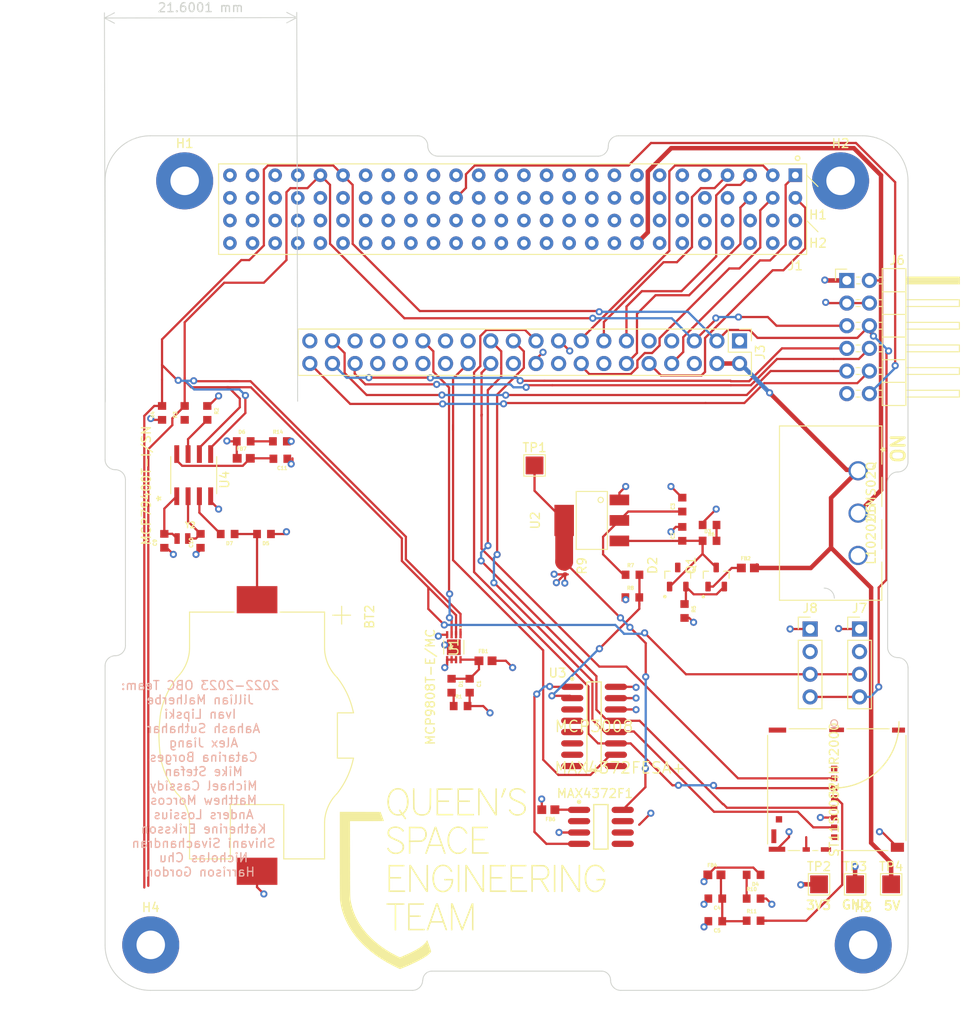
<source format=kicad_pcb>
(kicad_pcb (version 20211014) (generator pcbnew)
  (layers (0 "F.Cu" signal) (1 "In1.Cu" signal) (2 "In2.Cu" signal) (31 "B.Cu" signal) (34 "B.Paste" user) (35 "F.Paste" user) (36 "B.SilkS" user "B.Silkscreen") (37 "F.SilkS" user "F.Silkscreen") (38 "B.Mask" user) (39 "F.Mask" user) (44 "Edge.Cuts" user))
  (net 0 "")
  (net 1 "SW7_5V_Input")
  (net 2 "+5V")
  (net 3 "VCC_BAT")
  (net 4 "Net-(C4-Pad1)")
  (net 5 "XCO1")
  (net 6 "XCO2")
  (net 7 "Net-(C11-Pad2)")
  (net 8 "Net-(D4-Pad2)")
  (net 9 "Net-(D6-Pad2)")
  (net 41 "COMM_TXD")
  (net 43 "COMM_RXD")
  (net 57 "COMM_CTS")
  (net 61 "COMM_RTS")
  (net 63 "ADCS_INT")
  (net 75 "EPS_INT")
  (net 76 "BAT_INT")
  (net 87 "OBC_INT")
  (net 88 "5VUSB_CHG")
  (net 101 "Net-(C1-Pad1)")
  (net 102 "Net-(C3-Pad1)")
  (net 103 "GND")
  (net 106 "Net-(MAX4372F1-Pad4)")
  (net 107 "+3.3V")
  (net 109 "Net-(D1-Pad2)")
  (net 110 "Net-(D2-Pad2)")
  (net 111 "Net-(D3-Pad2)")
  (net 113 "SPI1_CE0_N")
  (net 114 "SPI1_MOSI")
  (net 118 "SPI1_CLK")
  (net 119 "SPI1_MISO")
  (net 120 "I2C_SDA1")
  (net 121 "I2C_SCL1")
  (net 122 "Net-(C2-Pad2)")
  (net 123 "+3V3")
  (net 124 "Net-(J2-Pad4)")
  (net 125 "SPI1_CE1_N")
  (net 126 "/Current Monitor/CH1")
  (net 127 "GPIO16")
  (net 128 "GPIO26")
  (net 129 "GPIO20")
  (net 131 "GPIO21")
  (net 132 "/Current Monitor/PM_Input")
  (net 133 "3V3_Output")
  (net 134 "GND_CHG")
  (net 136 "3V3_Input")
  (net 141 "GPIO5")
  (net 142 "GPIO6")
  (net 143 "GPIO12")
  (net 144 "GPIO13")
  (net 145 "GPIO19")
  (net 146 "RTC_MFP")
  (net 147 "Net-(FB2-Pad1)")
  (net 148 "Net-(FB6-Pad1)")
  (net 155 "Net-(BT2-Pad+)")
  (footprint "TestPoint:TestPoint_Pad_2.0x2.0mm" (layer "F.Cu") (at 197.45 131)
    (fp_text reference "TP4")
    (fp_text value "5V")
  )
  (footprint "Connector_PinHeader_2.54mm:PinHeader_2x20_P2.54mm_Vertical" (layer "F.Cu") (at 180.425 70.025 -90)
    (fp_text reference "J3")
    (fp_text value "Raspberry Pi 4 Connector")
  )
  (footprint "Daughterboard_footprints:CAPC1608X90N" (layer "F.Cu") (at 177.056 92.456)
    (fp_text reference "D3")
    (fp_text value "RED")
  )
  (footprint "MountingHole:MountingHole_3.2mm_M3_Pad" (layer "F.Cu") (at 191.77 52.07)
    (fp_text reference "H2")
    (fp_text value "MountingHole_Pad")
  )
  (footprint "Daughterboard_footprints:MCP9808T-E&slash_MC" (layer "F.Cu") (at 148.336 104.394 -90)
    (fp_text reference "U1")
    (fp_text value "MCP9808T-E/MC")
  )
  (footprint "STM32_Breakout:BU33SA5WGWZ-E2" (layer "F.Cu") (at 163.83 90.17 90)
    (fp_text reference "U2")
    (fp_text value "BU33SA5WGWZ-E2-qsat-symb")
  )
  (footprint "Daughterboard_footprints:CAPC1608X90N" (layer "F.Cu") (at 115.824 92.456 90)
    (fp_text reference "C9")
    (fp_text value "18pF")
  )
  (footprint "Daughterboard_footprints:BEADC1608X75N" (layer "F.Cu") (at 181.356 95.504)
    (fp_text reference "FB2")
    (fp_text value "100R @ 100 MHz")
  )
  (footprint "MountingHole:MountingHole_3.2mm_M3_Pad" (layer "F.Cu") (at 118.11 52.07)
    (fp_text reference "H1")
    (fp_text value "MountingHole_Pad")
  )
  (footprint "Daughterboard_footprints:CAPC1608X90N" (layer "F.Cu") (at 182 129.933 180)
    (fp_text reference "D4")
    (fp_text value "RED")
  )
  (footprint "Daughterboard_footprints:CAPC1608X90N" (layer "F.Cu") (at 124.74 81.295)
    (fp_text reference "D6")
    (fp_text value "RED")
  )
  (footprint "Daughterboard_footprints:RESC1608X55N" (layer "F.Cu") (at 128.8 81.295)
    (fp_text reference "R14")
    (fp_text value "2.2k")
  )
  (footprint "Daughterboard_footprints:CAPC1608X90N" (layer "F.Cu") (at 128.855 83.25 180)
    (fp_text reference "C11")
    (fp_text value "10uF")
  )
  (footprint "Connector_PinHeader_2.54mm:PinHeader_2x06_P2.54mm_Horizontal" (layer "F.Cu") (at 192.47 63.246)
    (fp_text reference "J6")
    (fp_text value "Test Connector")
  )
  (footprint "MountingHole:MountingHole_3.2mm_M3_Pad" (layer "F.Cu") (at 114.3 137.795)
    (fp_text reference "H4")
    (fp_text value "MountingHole_Pad")
  )
  (footprint "Daughterboard_footprints:MCP79400T-I&slash_SN" (layer "F.Cu") (at 119.126 85.09 90)
    (fp_text reference "U4")
    (fp_text value "MCP79400T-I/SN")
  )
  (footprint "Daughterboard_footprints:BEADC1608X75N" (layer "F.Cu") (at 158.95 122.625 180)
    (fp_text reference "FB6")
    (fp_text value "100R @ 100 MHz")
  )
  (footprint "Daughterboard_footprints:CAPC1608X90N" (layer "F.Cu") (at 173.99 88.392 90)
    (fp_text reference "C3")
    (fp_text value "22uF")
  )
  (footprint "Daughterboard_footprints:RESC1608X55N" (layer "F.Cu") (at 120.65 78.105 -90)
    (fp_text reference "R2")
    (fp_text value "10k")
  )
  (footprint "Daughterboard_footprints:RESC1608X55N" (layer "F.Cu") (at 168.384 98.806)
    (fp_text reference "R8")
    (fp_text value "10k")
  )
  (footprint "Daughterboard_footprints:CAPC1608X90N" (layer "F.Cu") (at 119.888 92.456 90)
    (fp_text reference "C10")
    (fp_text value "18pF")
  )
  (footprint "Daughterboard_footprints:CAPC1608X90N" (layer "F.Cu") (at 148.082 108.712 -90)
    (fp_text reference "D1")
    (fp_text value "RED")
  )
  (footprint "Daughterboard_footprints:CAPC1608X90N" (layer "F.Cu") (at 127.018 91.694 180)
    (fp_text reference "D5")
    (fp_text value "DIODE")
  )
  (footprint "Daughterboard_footprints:BEADC1608X75N" (layer "F.Cu") (at 124.74 83.2)
    (fp_text reference "FB7")
    (fp_text value "100R @ 100 MHz")
  )
  (footprint "TestPoint:TestPoint_Pad_2.0x2.0mm" (layer "F.Cu") (at 189.35 131)
    (fp_text reference "TP2")
    (fp_text value "3V3")
  )
  (footprint "Daughterboard_footprints:CAPC1608X90N" (layer "F.Cu") (at 177.7 135.14 180)
    (fp_text reference "C5")
    (fp_text value "10uF")
  )
  (footprint "Daughterboard_footprints:XTAL_CM9V-T1A-32.768KHZ-9PF-20PPM-TA-QC" (layer "F.Cu") (at 117.856 92.202)
    (fp_text reference "Y2")
    (fp_text value "CM9V-T1A")
  )
  (footprint "Daughterboard_footprints:RESC1608X55N" (layer "F.Cu") (at 177.056 90.678 180)
    (fp_text reference "R6")
    (fp_text value "2.2k")
  )
  (footprint "Daughterboard_footprints:BEADC1608X75N" (layer "F.Cu") (at 177.6 129.933)
    (fp_text reference "FB4")
    (fp_text value "100R @ 100 MHz")
  )
  (footprint "STM32_Breakout:SOT91P240X110-3N" (layer "F.Cu") (at 173.482 96.52 90)
    (fp_text reference "D2")
    (fp_text value "D_Zener")
  )
  (footprint "Connector_PinHeader_2.54mm:PinHeader_1x04_P2.54mm_Vertical" (layer "F.Cu") (at 193.9 102.35)
    (fp_text reference "J7")
    (fp_text value "Temp Sens1 Connector ")
  )
  (footprint "Daughterboard_footprints:Maxim-MAX4372FESA+-Level_A" (layer "F.Cu") (at 164.85 124.55)
    (fp_text reference "MAX4372F1")
    (fp_text value "MAX4372FESA+")
  )
  (footprint "Resistor_SMD:R_0201_0603Metric" (layer "F.Cu") (at 160.825 95.905 -90)
    (fp_text reference "R9")
    (fp_text value "100m")
  )
  (footprint "Daughterboard_footprints:BAT_BHSD-2032-SM" (layer "F.Cu") (at 126.238 114.3 -90)
    (fp_text reference "BT2")
    (fp_text value "BHSD-2032-SM")
  )
  (footprint "Daughterboard_footprints:L102021MS02Q" (layer "F.Cu") (at 193.73475 84.599999 -90)
    (fp_text reference "U5")
    (fp_text value "L102021MS02Q")
  )
  (footprint "Daughterboard_footprints:RESC1608X55N" (layer "F.Cu") (at 149.098 110.998)
    (fp_text reference "R1")
    (fp_text value "2.2k")
  )
  (footprint "pc104-connector:pc104-connector" (layer "F.Cu") (at 156.21 53.975 -90)
    (fp_text reference "J1")
    (fp_text value "PC104_Connector")
  )
  (footprint "Daughterboard_footprints:CAPC1608X90N" (layer "F.Cu") (at 122.936 91.694 180)
    (fp_text reference "D7")
    (fp_text value "DIODE")
  )
  (footprint "TestPoint:TestPoint_Pad_2.0x2.0mm" (layer "F.Cu") (at 157.4 84)
    (fp_text reference "TP1")
    (fp_text value "TestPoint")
  )
  (footprint "Daughterboard_footprints:RESC1608X55N" (layer "F.Cu") (at 182 132.6)
    (fp_text reference "R10")
    (fp_text value "2.2k")
  )
  (footprint "STM32_Breakout:ST11S008V4HR2000" (layer "F.Cu") (at 191.34595 120.3783 90)
    (fp_text reference "J2")
    (fp_text value "ST11S008V4HR2000")
  )
  (footprint "Daughterboard_footprints:CAPC1608X90N" (layer "F.Cu") (at 150.114 108.712 -90)
    (fp_text reference "C1")
    (fp_text value "0.1uF")
  )
  (footprint "Daughterboard_footprints:Logosmaller" (layer "F.Cu") (at 150.541072 130.055815)
    (fp_text reference "G***" hide)
    (fp_text value "LOGO" hide)
  )
  (footprint "TestPoint:TestPoint_Pad_2.0x2.0mm" (layer "F.Cu") (at 193.4 131)
    (fp_text reference "TP3")
    (fp_text value "TestPoint")
  )
  (footprint "Daughterboard_footprints:RESC1608X55N" (layer "F.Cu") (at 118.11 78.105 90)
    (fp_text reference "R3")
    (fp_text value "10k")
  )
  (footprint "MountingHole:MountingHole_3.2mm_M3_Pad" (layer "F.Cu") (at 194.31 137.795)
    (fp_text reference "H3")
    (fp_text value "MountingHole_Pad")
  )
  (footprint "Daughterboard_footprints:RESC1608X55N" (layer "F.Cu") (at 168.402 96.266)
    (fp_text reference "R7")
    (fp_text value "20k")
  )
  (footprint "Daughterboard_footprints:CAPC1608X90N" (layer "F.Cu") (at 173.99 91.676 90)
    (fp_text reference "C2")
    (fp_text value "10uF")
  )
  (footprint "Daughterboard_footprints:RESC1608X55N" (layer "F.Cu") (at 174.244 100.33 -90)
    (fp_text reference "R5")
    (fp_text value "10k")
  )
  (footprint "STM32_Breakout:SOT91P240X110-3N" (layer "F.Cu") (at 177.8 96.52 90)
    (fp_text reference "Q1")
    (fp_text value "Q_PMOS_DGS")
  )
  (footprint "Connector_PinHeader_2.54mm:PinHeader_1x04_P2.54mm_Vertical" (layer "F.Cu") (at 188.35 102.35)
    (fp_text reference "J8")
    (fp_text value "Temp Sens2 Connector")
  )
  (footprint "Daughterboard_footprints:Microchip-MCP3008-I_SL-Level_A" (layer "F.Cu") (at 164.084 113.284)
    (fp_text reference "U3")
    (fp_text value "MCP3008")
  )
  (footprint "Daughterboard_footprints:RESC1608X55N" (layer "F.Cu") (at 182 135.08)
    (fp_text reference "R11")
    (fp_text value "33")
  )
  (footprint "Daughterboard_footprints:CAPC1608X90N" (layer "F.Cu") (at 177.7 132.6 180)
    (fp_text reference "C4")
    (fp_text value "0.1uF")
  )
  (footprint "Daughterboard_footprints:RESC1608X55N" (layer "F.Cu") (at 115.57 78.105 90)
    (fp_text reference "R4")
    (fp_text value "10k")
  )
  (footprint "Daughterboard_footprints:BEADC1608X75N" (layer "F.Cu") (at 151.892 105.918)
    (fp_text reference "FB1")
    (fp_text value "100R @ 100 MHz")
  )
  (gr_circle (center 186.944 49.53) (end 186.944 49.276) (layer "F.SilkS") (width 0.15) (fill none))
  (gr_arc (start 144.857 141.7545) (mid 145.15458 141.03608) (end 145.873 140.7385) (layer "Edge.Cuts") (width 0.1))
  (gr_arc (start 144.834777 141.7545) (mid 144.5 142.562723) (end 143.691777 142.8975) (layer "Edge.Cuts") (width 0.1))
  (gr_line (start 146.554223 49.2985) (end 164.542 49.2985) (layer "Edge.Cuts") (width 0.1))
  (gr_arc (start 164.923 140.7385) (mid 165.64142 141.03608) (end 165.939 141.7545) (layer "Edge.Cuts") (width 0.1))
  (gr_arc (start 109.17 106.494723) (mid 109.504777 105.6865) (end 110.313 105.351723) (layer "Edge.Cuts") (width 0.1))
  (gr_arc (start 146.554223 49.2985) (mid 145.746 48.963723) (end 145.411223 48.1555) (layer "Edge.Cuts") (width 0.1))
  (gr_arc (start 199.34 137.8175) (mid 197.852102 141.409602) (end 194.26 142.8975) (layer "Edge.Cuts") (width 0.1))
  (gr_arc (start 109.17 52.0925) (mid 110.657898 48.500398) (end 114.25 47.0125) (layer "Edge.Cuts") (width 0.1))
  (gr_line (start 111.456 85.6205) (end 111.456 104.208723) (layer "Edge.Cuts") (width 0.1))
  (gr_line (start 145.873 140.7385) (end 164.923 140.7385) (layer "Edge.Cuts") (width 0.1))
  (gr_arc (start 198.197 105.5595) (mid 199.005223 105.894277) (end 199.34 106.7025) (layer "Edge.Cuts") (width 0.1))
  (gr_arc (start 110.313 84.4775) (mid 111.121223 84.812277) (end 111.456 85.6205) (layer "Edge.Cuts") (width 0.1))
  (gr_arc (start 167.082 142.8975) (mid 166.273777 142.562723) (end 165.939 141.7545) (layer "Edge.Cuts") (width 0.1))
  (gr_arc (start 199.34 83.5885) (mid 199.005223 84.396723) (end 198.197 84.7315) (layer "Edge.Cuts") (width 0.1))
  (gr_arc (start 111.456 104.208723) (mid 111.121223 105.016946) (end 110.313 105.351723) (layer "Edge.Cuts") (width 0.1))
  (gr_line (start 109.17 52.0925) (end 109.17 83.3345) (layer "Edge.Cuts") (width 0.1))
  (gr_arc (start 198.197 105.5595) (mid 197.388777 105.224723) (end 197.054 104.4165) (layer "Edge.Cuts") (width 0.1))
  (gr_arc (start 197.054 85.8745) (mid 197.388777 85.066277) (end 198.197 84.7315) (layer "Edge.Cuts") (width 0.1))
  (gr_line (start 114.25 47.0125) (end 144.268223 47.0125) (layer "Edge.Cuts") (width 0.1))
  (gr_arc (start 189.9245 97.763) (mid 190.732723 98.097777) (end 191.0675 98.906) (layer "Edge.Cuts") (width 0.1))
  (gr_line (start 197.054 104.4165) (end 197.054 85.8745) (layer "Edge.Cuts") (width 0.1))
  (gr_line (start 199.34 83.5885) (end 199.34 52.0925) (layer "Edge.Cuts") (width 0.1))
  (gr_line (start 199.35 137.7575) (end 199.35 106.6425) (layer "Edge.Cuts") (width 0.1))
  (gr_line (start 166.828 47.0125) (end 194.26 47.0125) (layer "Edge.Cuts") (width 0.1))
  (gr_line (start 109.17 106.494723) (end 109.17 137.8175) (layer "Edge.Cuts") (width 0.1))
  (gr_arc (start 144.268223 47.0125) (mid 145.076446 47.347277) (end 145.411223 48.1555) (layer "Edge.Cuts") (width 0.1))
  (gr_line (start 114.25 142.8975) (end 143.714 142.8975) (layer "Edge.Cuts") (width 0.1))
  (gr_arc (start 165.685 48.1555) (mid 166.019777 47.347277) (end 166.828 47.0125) (layer "Edge.Cuts") (width 0.1))
  (gr_arc (start 194.26 47.0125) (mid 197.852102 48.500398) (end 199.34 52.0925) (layer "Edge.Cuts") (width 0.1))
  (gr_line (start 167.082 142.8975) (end 194.26 142.8975) (layer "Edge.Cuts") (width 0.1))
  (gr_arc (start 165.685 48.1555) (mid 165.350223 48.963723) (end 164.542 49.2985) (layer "Edge.Cuts") (width 0.1))
  (gr_arc (start 114.25 142.8975) (mid 110.657898 141.409602) (end 109.17 137.8175) (layer "Edge.Cuts") (width 0.1))
  (gr_arc (start 110.313 84.4775) (mid 109.504777 84.142723) (end 109.17 83.3345) (layer "Edge.Cuts") (width 0.1))
  (gr_text "2022-2023 OBC Team:\nJillian Malherbe\nIvan Lipski\nAahash Suthahar \nAlex Jiang \nCatarina Borges \nMike Stefan \nMichael Cassidy \nMatthew Morcos \nAnders Lossius \nKatherine Eriksson \nShivani Sivachandran \nNicholas Chu \nHarrison Gordon" (at 119.85 119.15) (layer "B.SilkS") (effects (font (size 1 1)) (justify mirror)))
  (gr_text "5V" (at 197.55 133.4) (layer "F.SilkS") (effects (font (size 1 1) (thickness 0.2))))
  (gr_text "3V3" (at 189.3 133.35) (layer "F.SilkS") (effects (font (size 1 1) (thickness 0.2))))
  (gr_text "GND" (at 193.45 133.3) (layer "F.SilkS") (effects (font (size 1 1) (thickness 0.2))))
  (gr_text "ON" (at 198.25 82.1 90) (layer "F.SilkS") (effects (font (size 1.5 1.5) (thickness 0.3))))
  (dimension (type aligned) (layer "Edge.Cuts") (pts (xy 109.2 77.35) (xy 130.8 77.3)) (height -43.549304) (gr_text "21.6001 mm" (at 119.89653 32.625816 0.1326288824) (layer "Edge.Cuts") (effects (font (size 1 1) (thickness 0.15)))) (format (units 3) (units_format 1) (precision 4)) (style (thickness 0.1) (arrow_length 1.27) (text_position_mode 0) (extension_height 0.58642) (extension_offset 0.5) keep_text_aligned))
  (segment (start 195.01 62.93) (end 195.01 63.246) (width 0.25) (layer "F.Cu") (net 1))
  (segment (start 170.121511 51.028489) (end 170.121511 57.843489) (width 0.5) (layer "F.Cu") (net 1))
  (segment (start 196.309511 63.240489) (end 196.309511 86.775239) (width 0.5) (layer "F.Cu") (net 1))
  (segment (start 196.309511 63.240489) (end 196.309511 51.448322) (width 0.5) (layer "F.Cu") (net 1))
  (segment (start 196.309511 86.775239) (end 193.73475 89.35) (width 0.5) (layer "F.Cu") (net 1))
  (segment (start 196.304 63.246) (end 196.309511 63.240489) (width 0.25) (layer "F.Cu") (net 1))
  (segment (start 172.75 48.4) (end 170.121511 51.028489) (width 0.5) (layer "F.Cu") (net 1))
  (segment (start 195.01 63.246) (end 196.304 63.246) (width 0.25) (layer "F.Cu") (net 1))
  (segment (start 196.309511 51.448322) (end 193.261189 48.4) (width 0.5) (layer "F.Cu") (net 1))
  (segment (start 193.261189 48.4) (end 172.75 48.4) (width 0.5) (layer "F.Cu") (net 1))
  (segment (start 170.121511 57.843489) (end 168.91 59.055) (width 0.5) (layer "F.Cu") (net 1))
  (segment (start 195.199511 97.72711) (end 195.199511 126.349511) (width 0.5) (layer "F.Cu") (net 2))
  (segment (start 193.634751 84.5) (end 193.73475 84.599999) (width 0.5) (layer "F.Cu") (net 2))
  (segment (start 188.423599 95.504) (end 182.091 95.504) (width 0.5) (layer "F.Cu") (net 2))
  (segment (start 182.37 95.225) (end 182.091 95.504) (width 0.5) (layer "F.Cu") (net 2))
  (segment (start 190.7 93.227599) (end 188.423599 95.504) (width 0.5) (layer "F.Cu") (net 2))
  (segment (start 182.25 95.345) (end 182.091 95.504) (width 0.254) (layer "F.Cu") (net 2))
  (segment (start 192.45 84.5) (end 193.634751 84.5) (width 0.5) (layer "F.Cu") (net 2))
  (segment (start 197.45 128.6) (end 197.45 131) (width 0.5) (layer "F.Cu") (net 2))
  (segment (start 190.7 93.227599) (end 190.7 87.634749) (width 0.5) (layer "F.Cu") (net 2))
  (segment (start 183.8 75.85) (end 192.45 84.5) (width 0.5) (layer "F.Cu") (net 2))
  (segment (start 195.199511 126.349511) (end 197.45 128.6) (width 0.5) (layer "F.Cu") (net 2))
  (segment (start 190.7 93.227599) (end 195.199511 97.72711) (width 0.5) (layer "F.Cu") (net 2))
  (segment (start 177.885 72.565) (end 180.425 72.565) (width 0.5) (layer "F.Cu") (net 2))
  (segment (start 190.7 87.634749) (end 193.73475 84.599999) (width 0.5) (layer "F.Cu") (net 2))
  (via (at 183.8 75.85) (size 0.8) (drill 0.4) (layers "F.Cu" "B.Cu") (net 2))
  (segment (start 180.515 72.565) (end 183.8 75.85) (width 0.5) (layer "B.Cu") (net 2))
  (segment (start 180.425 72.565) (end 180.515 72.565) (width 0.5) (layer "B.Cu") (net 2))
  (segment (start 119.761 87.4522) (end 119.761 89.299) (width 0.25) (layer "F.Cu") (net 3))
  (segment (start 119.761 89.299) (end 122.156 91.694) (width 0.25) (layer "F.Cu") (net 3))
  (segment (start 178.335 132.455) (end 178.48 132.6) (width 0.25) (layer "F.Cu") (net 4))
  (segment (start 178.335 129.933) (end 178.335 132.455) (width 0.25) (layer "F.Cu") (net 4))
  (segment (start 181.16 135.14) (end 181.22 135.08) (width 0.25) (layer "F.Cu") (net 4))
  (segment (start 178.48 135.14) (end 178.48 132.6) (width 0.25) (layer "F.Cu") (net 4))
  (segment (start 178.48 135.14) (end 181.16 135.14) (width 0.25) (layer "F.Cu") (net 4))
  (segment (start 115.824 91.676) (end 116.73 91.676) (width 0.25) (layer "F.Cu") (net 5))
  (segment (start 116.73 91.676) (end 117.256 92.202) (width 0.25) (layer "F.Cu") (net 5))
  (segment (start 115.824 91.676) (end 115.824 88.8492) (width 0.25) (layer "F.Cu") (net 5))
  (segment (start 115.824 88.8492) (end 117.221 87.4522) (width 0.25) (layer "F.Cu") (net 5))
  (segment (start 118.491 87.4522) (end 118.491 90.279) (width 0.25) (layer "F.Cu") (net 6))
  (segment (start 119.362 92.202) (end 119.888 91.676) (width 0.25) (layer "F.Cu") (net 6))
  (segment (start 118.491 90.279) (end 119.888 91.676) (width 0.25) (layer "F.Cu") (net 6))
  (segment (start 118.456 92.202) (end 119.362 92.202) (width 0.25) (layer "F.Cu") (net 6))
  (segment (start 124.6316 84.0434) (end 125.475 83.2) (width 0.25) (layer "F.Cu") (net 7))
  (segment (start 128.025 83.2) (end 128.075 83.25) (width 0.25) (layer "F.Cu") (net 7))
  (segment (start 117.8254 84.0434) (end 124.6316 84.0434) (width 0.25) (layer "F.Cu") (net 7))
  (segment (start 117.8254 84.0434) (end 117.221 83.439) (width 0.25) (layer "F.Cu") (net 7))
  (segment (start 117.221 83.439) (end 117.221 82.7278) (width 0.25) (layer "F.Cu") (net 7))
  (segment (start 125.475 83.2) (end 128.025 83.2) (width 0.25) (layer "F.Cu") (net 7))
  (segment (start 181.22 132.6) (end 181.22 129.933) (width 0.25) (layer "F.Cu") (net 8))
  (segment (start 125.52 81.295) (end 128.02 81.295) (width 0.25) (layer "F.Cu") (net 9))
  (segment (start 186.69 51.435) (end 185.601489 52.523511) (width 0.254) (layer "F.Cu") (net 41))
  (segment (start 174.1 71.27) (end 172.805 72.565) (width 0.254) (layer "F.Cu") (net 41))
  (segment (start 185.601489 52.523511) (end 185.601489 59.248511) (width 0.254) (layer "F.Cu") (net 41))
  (segment (start 174.1 69.606161) (end 174.1 71.27) (width 0.254) (layer "F.Cu") (net 41))
  (segment (start 182.706161 61) (end 174.1 69.606161) (width 0.254) (layer "F.Cu") (net 41))
  (segment (start 185.601489 59.248511) (end 183.85 61) (width 0.254) (layer "F.Cu") (net 41))
  (segment (start 183.85 61) (end 182.706161 61) (width 0.254) (layer "F.Cu") (net 41))
  (segment (start 176.55 73.5) (end 176.15 73.9) (width 0.254) (layer "F.Cu") (net 43))
  (segment (start 186.69 53.975) (end 187.8 55.085) (width 0.254) (layer "F.Cu") (net 43))
  (segment (start 185.35 62.1) (end 184.146161 62.1) (width 0.254) (layer "F.Cu") (net 43))
  (segment (start 184.146161 62.1) (end 176.55 69.696161) (width 0.254) (layer "F.Cu") (net 43))
  (segment (start 176.15 73.9) (end 171.6 73.9) (width 0.254) (layer "F.Cu") (net 43))
  (segment (start 187.8 59.65) (end 185.35 62.1) (width 0.254) (layer "F.Cu") (net 43))
  (segment (start 176.55 69.696161) (end 176.55 73.5) (width 0.254) (layer "F.Cu") (net 43))
  (segment (start 171.6 73.9) (end 170.265 72.565) (width 0.254) (layer "F.Cu") (net 43))
  (segment (start 187.8 55.085) (end 187.8 59.65) (width 0.254) (layer "F.Cu") (net 43))
  (segment (start 172.538511 50.984123) (end 172.538511 59.911489) (width 0.254) (layer "F.Cu") (net 57))
  (segment (start 183.061489 50.346489) (end 173.176145 50.346489) (width 0.254) (layer "F.Cu") (net 57))
  (segment (start 184.15 51.435) (end 183.061489 50.346489) (width 0.254) (layer "F.Cu") (net 57))
  (segment (start 173.176145 50.346489) (end 172.538511 50.984123) (width 0.254) (layer "F.Cu") (net 57))
  (segment (start 162.645 69.805) (end 162.645 70.025) (width 0.254) (layer "F.Cu") (net 57))
  (segment (start 172.538511 59.911489) (end 162.645 69.805) (width 0.254) (layer "F.Cu") (net 57))
  (segment (start 163.55 73.75) (end 162.645 72.845) (width 0.254) (layer "F.Cu") (net 61))
  (segment (start 168.95 73.003839) (end 168.203839 73.75) (width 0.254) (layer "F.Cu") (net 61))
  (segment (start 184.15 53.975) (end 182.75 55.375) (width 0.254) (layer "F.Cu") (net 61))
  (segment (start 168.203839 73.75) (end 163.55 73.75) (width 0.254) (layer "F.Cu") (net 61))
  (segment (start 168.95 72.216161) (end 168.95 73.003839) (width 0.254) (layer "F.Cu") (net 61))
  (segment (start 170.6 71.388489) (end 169.777672 71.388489) (width 0.254) (layer "F.Cu") (net 61))
  (segment (start 171.441511 70.546978) (end 170.6 71.388489) (width 0.254) (layer "F.Cu") (net 61))
  (segment (start 182.75 59.55) (end 180.4 61.9) (width 0.254) (layer "F.Cu") (net 61))
  (segment (start 171.441511 69.72465) (end 171.441511 70.546978) (width 0.254) (layer "F.Cu") (net 61))
  (segment (start 182.75 55.375) (end 182.75 59.55) (width 0.254) (layer "F.Cu") (net 61))
  (segment (start 162.645 72.845) (end 162.645 72.565) (width 0.254) (layer "F.Cu") (net 61))
  (segment (start 179.266161 61.9) (end 171.441511 69.72465) (width 0.254) (layer "F.Cu") (net 61))
  (segment (start 169.777672 71.388489) (end 168.95 72.216161) (width 0.254) (layer "F.Cu") (net 61))
  (segment (start 180.4 61.9) (end 179.266161 61.9) (width 0.254) (layer "F.Cu") (net 61))
  (segment (start 177.8 60.55) (end 173.9 64.45) (width 0.254) (layer "F.Cu") (net 63))
  (segment (start 181.61 51.435) (end 180.521489 52.523511) (width 0.254) (layer "F.Cu") (net 63))
  (segment (start 169.45 64.45) (end 167.725 66.175) (width 0.254) (layer "F.Cu") (net 63))
  (segment (start 177.8 53.7) (end 177.8 60.55) (width 0.254) (layer "F.Cu") (net 63))
  (segment (start 178.976489 52.523511) (end 177.8 53.7) (width 0.254) (layer "F.Cu") (net 63))
  (segment (start 167.725 66.175) (end 167.725 70.025) (width 0.254) (layer "F.Cu") (net 63))
  (segment (start 173.9 64.45) (end 169.45 64.45) (width 0.254) (layer "F.Cu") (net 63))
  (segment (start 180.521489 52.523511) (end 178.976489 52.523511) (width 0.254) (layer "F.Cu") (net 63))
  (segment (start 180.521489 55.063511) (end 180.521489 59.142899) (width 0.254) (layer "F.Cu") (net 75))
  (segment (start 168.901511 66.998489) (end 168.901511 71.388489) (width 0.254) (layer "F.Cu") (net 75))
  (segment (start 174.760868 64.90352) (end 170.99648 64.90352) (width 0.254) (layer "F.Cu") (net 75))
  (segment (start 181.61 53.975) (end 180.521489 55.063511) (width 0.254) (layer "F.Cu") (net 75))
  (segment (start 180.521489 59.142899) (end 174.760868 64.90352) (width 0.254) (layer "F.Cu") (net 75))
  (segment (start 170.99648 64.90352) (end 168.901511 66.998489) (width 0.254) (layer "F.Cu") (net 75))
  (segment (start 168.901511 71.388489) (end 167.725 72.565) (width 0.254) (layer "F.Cu") (net 75))
  (segment (start 177.618511 52.886489) (end 176.079123 52.886489) (width 0.254) (layer "F.Cu") (net 76))
  (segment (start 179.07 51.435) (end 177.618511 52.886489) (width 0.254) (layer "F.Cu") (net 76))
  (segment (start 175.078511 59.505877) (end 173.388701 61.195687) (width 0.254) (layer "F.Cu") (net 76))
  (segment (start 175.078511 53.887101) (end 175.078511 59.505877) (width 0.254) (layer "F.Cu") (net 76))
  (segment (start 173.388701 61.195687) (end 171.895687 61.195687) (width 0.254) (layer "F.Cu") (net 76))
  (segment (start 171.895687 61.195687) (end 165.185 67.906374) (width 0.254) (layer "F.Cu") (net 76))
  (segment (start 176.079123 52.886489) (end 175.078511 53.887101) (width 0.254) (layer "F.Cu") (net 76))
  (segment (start 165.185 67.906374) (end 165.185 70.025) (width 0.254) (layer "F.Cu") (net 76))
  (segment (start 170.47652 47.82348) (end 167.953511 50.346489) (width 0.254) (layer "F.Cu") (net 88))
  (segment (start 167.953511 50.346489) (end 150.679123 50.346489) (width 0.254) (layer "F.Cu") (net 88))
  (segment (start 149.7 51.325612) (end 149.7 52.865) (width 0.254) (layer "F.Cu") (net 88))
  (segment (start 149.7 52.865) (end 148.59 53.975) (width 0.254) (layer "F.Cu") (net 88))
  (segment (start 197.9 52.223489) (end 193.499991 47.82348) (width 0.254) (layer "F.Cu") (net 88))
  (segment (start 150.679123 50.346489) (end 149.7 51.325612) (width 0.254) (layer "F.Cu") (net 88))
  (segment (start 197.9 72.8) (end 197.9 52.223489) (width 0.254) (layer "F.Cu") (net 88))
  (segment (start 193.499991 47.82348) (end 170.47652 47.82348) (width 0.254) (layer "F.Cu") (net 88))
  (via (at 197.9 72.8) (size 0.8) (drill 0.4) (layers "F.Cu" "B.Cu") (net 88))
  (segment (start 195.01 75.946) (end 197.9 73.056) (width 0.254) (layer "B.Cu") (net 88))
  (segment (start 197.9 73.056) (end 197.9 72.8) (width 0.254) (layer "B.Cu") (net 88))
  (segment (start 151.157 106.889) (end 150.114 107.932) (width 0.25) (layer "F.Cu") (net 101))
  (segment (start 151.03 105.791) (end 151.157 105.918) (width 0.25) (layer "F.Cu") (net 101))
  (segment (start 151.157 105.918) (end 151.157 106.889) (width 0.25) (layer "F.Cu") (net 101))
  (segment (start 149.086001 105.791) (end 151.03 105.791) (width 0.25) (layer "F.Cu") (net 101))
  (segment (start 150.114 107.932) (end 148.082 107.932) (width 0.25) (layer "F.Cu") (net 101))
  (segment (start 167.386 96.266) (end 167.622 96.266) (width 0.25) (layer "F.Cu") (net 102))
  (segment (start 173.99 89.172) (end 167.928 89.172) (width 0.25) (layer "F.Cu") (net 102))
  (segment (start 165.1 92) (end 165.1 93.98) (width 0.25) (layer "F.Cu") (net 102))
  (segment (start 166.93 90.17) (end 165.1 92) (width 0.25) (layer "F.Cu") (net 102))
  (segment (start 165.1 93.98) (end 167.386 96.266) (width 0.25) (layer "F.Cu") (net 102))
  (segment (start 167.928 89.172) (end 166.93 90.17) (width 0.25) (layer "F.Cu") (net 102))
  (segment (start 147.585999 106.414001) (end 147.32 106.68) (width 0.25) (layer "F.Cu") (net 103))
  (segment (start 147.574 104.394) (end 147.32 104.14) (width 0.25) (layer "F.Cu") (net 103))
  (segment (start 146.753 102.997) (end 146.6 103.15) (width 0.25) (layer "F.Cu") (net 103))
  (segment (start 167.604 98.806) (end 167.604 99.024) (width 0.25) (layer "F.Cu") (net 103))
  (segment (start 187.910551 127.088301) (end 187.910551 125.709541) (width 0.25) (layer "F.Cu") (net 103))
  (segment (start 174.77 101.11) (end 175.26 101.6) (width 0.25) (layer "F.Cu") (net 103))
  (segment (start 176.276 90.424) (end 177.8 88.9) (width 0.25) (layer "F.Cu") (net 103))
  (segment (start 130.215 83.69) (end 130.07 83.835) (width 0.25) (layer "F.Cu") (net 103))
  (segment (start 183.415 132.6) (end 184.05 133.235) (width 0.25) (layer "F.Cu") (net 103))
  (segment (start 185.981043 125.707809) (end 185.981043 125.099049) (width 0.25) (layer "F.Cu") (net 103))
  (segment (start 173.972 87.612) (end 172.72 86.36) (width 0.25) (layer "F.Cu") (net 103))
  (segment (start 157.565 72.565) (end 157.565 72.085) (width 0.25) (layer "F.Cu") (net 103))
  (segment (start 126.238 131.318) (end 127 132.08) (width 0.25) (layer "F.Cu") (net 103))
  (segment (start 190.111791 123.508301) (end 189.508301 123.508301) (width 0.25) (layer "F.Cu") (net 103))
  (segment (start 150.114 110.762) (end 149.878 110.998) (width 0.25) (layer "F.Cu") (net 103))
  (segment (start 196.406299 125.099049) (end 196.141043 125.099049) (width 0.25) (layer "F.Cu") (net 103))
  (segment (start 119.888 93.472) (end 119.38 93.98) (width 0.25) (layer "F.Cu") (net 103))
  (segment (start 168.779 111.379) (end 168.8 111.4) (width 0.254) (layer "F.Cu") (net 103))
  (segment (start 151.638 110.998) (end 152.4 111.76) (width 0.25) (layer "F.Cu") (net 103))
  (segment (start 192.47 65.786) (end 190.186 65.786) (width 0.254) (layer "F.Cu") (net 103))
  (segment (start 198.150551 126.843301) (end 196.406299 125.099049) (width 0.25) (layer "F.Cu") (net 103))
  (segment (start 148.336 104.394) (end 147.574 104.394) (width 0.25) (layer "F.Cu") (net 103))
  (segment (start 176.92 132.745) (end 176.43 133.235) (width 0.25) (layer "F.Cu") (net 103))
  (segment (start 116.096 93.236) (end 116.84 93.98) (width 0.25) (layer "F.Cu") (net 103))
  (segment (start 149.878 110.998) (end 151.638 110.998) (width 0.25) (layer "F.Cu") (net 103))
  (segment (start 157.565 72.085) (end 158.35 71.3) (width 0.25) (layer "F.Cu") (net 103))
  (segment (start 173.99 87.612) (end 173.972 87.612) (width 0.25) (layer "F.Cu") (net 103))
  (segment (start 184.625551 127.063301) (end 185.981043 125.707809) (width 0.25) (layer "F.Cu") (net 103))
  (segment (start 169.165027 124.309973) (end 170.459252 123.015748) (width 0.25) (layer "F.Cu") (net 103))
  (segment (start 166.534 111.379) (end 168.779 111.379) (width 0.254) (layer "F.Cu") (net 103))
  (segment (start 147.585999 105.791) (end 147.585999 106.414001) (width 0.25) (layer "F.Cu") (net 103))
  (segment (start 126.238 129.535) (end 126.238 131.318) (width 0.25) (layer "F.Cu") (net 103))
  (segment (start 193.4 131) (end 193.4 129) (width 0.5) (layer "F.Cu") (net 103))
  (segment (start 166.93 87.87) (end 166.93 87.07) (width 0.25) (layer "F.Cu") (net 103))
  (segment (start 182.78 132.6) (end 183.415 132.6) (width 0.25) (layer "F.Cu") (net 103))
  (segment (start 166.93 87.07) (end 167.64 86.36) (width 0.25) (layer "F.Cu") (net 103))
  (segment (start 121.031 87.4522) (end 121.031 88.011) (width 0.25) (layer "F.Cu") (net 103))
  (segment (start 176.276 90.678) (end 176.276 90.424) (width 0.25) (layer "F.Cu") (net 103))
  (segment (start 174.244 101.11) (end 174.77 101.11) (width 0.25) (layer "F.Cu") (net 103))
  (segment (start 119.888 93.236) (end 119.888 93.472) (width 0.25) (layer "F.Cu") (net 103))
  (segment (start 176.92 135.285) (end 176.43 135.775) (width 0.25) (layer "F.Cu") (net 103))
  (segment (start 130.215 83.2) (end 130.215 83.69) (width 0.25) (layer "F.Cu") (net 103))
  (segment (start 162.4 125.185) (end 160.16 125.185) (width 0.254) (layer "F.Cu") (net 103))
  (segment (start 147.585999 102.997) (end 146.753 102.997) (width 0.25) (layer "F.Cu") (net 103))
  (segment (start 121.031 88.011) (end 121.92 88.9) (width 0.25) (layer "F.Cu") (net 103))
  (segment (start 176.92 132.6) (end 176.92 132.745) (width 0.25) (layer "F.Cu") (net 103))
  (segment (start 150.114 109.492) (end 150.114 110.762) (width 0.25) (layer "F.Cu") (net 103))
  (segment (start 190.186 65.786) (end 190.1 65.7) (width 0.254) (layer "F.Cu") (net 103))
  (segment (start 160.16 125.185) (end 160.15 125.175) (width 0.254) (layer "F.Cu") (net 103))
  (segment (start 176.92 135.14) (end 176.92 135.285) (width 0.25) (layer "F.Cu") (net 103))
  (segment (start 169.158759 124.309973) (end 169.165027 124.309973) (width 0.25) (layer "F.Cu") (net 103))
  (segment (start 189.508301 123.508301) (end 189.5 123.5) (width 0.25) (layer "F.Cu") (net 103))
  (segment (start 167.604 99.024) (end 167.64 99.06) (width 0.25) (layer "F.Cu") (net 103))
  (segment (start 191.050551 123.508301) (end 190.111791 123.508301) (width 0.25) (layer "F.Cu") (net 103))
  (segment (start 115.824 93.236) (end 116.096 93.236) (width 0.25) (layer "F.Cu") (net 103))
  (segment (start 195.01 65.786) (end 192.47 65.786) (width 0.254) (layer "F.Cu") (net 103))
  (segment (start 129.58 81.295) (end 130.07 81.295) (width 0.25) (layer "F.Cu") (net 103))
  (segment (start 148.586 105.791) (end 147.585999 105.791) (width 0.25) (layer "F.Cu") (net 103))
  (via (at 170.459252 123.015748) (size 0.8) (drill 0.4) (layers "F.Cu" "B.Cu") (net 103))
  (via (at 160.15 125.175) (size 0.8) (drill 0.4) (layers "F.Cu" "B.Cu") (net 103))
  (via (at 152.4 111.76) (size 0.8) (drill 0.4) (layers "F.Cu" "B.Cu") (net 103))
  (via (at 168.8 111.4) (size 0.8) (drill 0.4) (layers "F.Cu" "B.Cu") (net 103))
  (via (at 172.72 86.36) (size 0.8) (drill 0.4) (layers "F.Cu" "B.Cu") (net 103))
  (via (at 121.92 88.9) (size 0.8) (drill 0.4) (layers "F.Cu" "B.Cu") (net 103))
  (via (at 185.981043 125.099049) (size 0.8) (drill 0.4) (layers "F.Cu" "B.Cu") (net 103))
  (via (at 158.35 71.3) (size 0.8) (drill 0.4) (layers "F.Cu" "B.Cu") (net 103))
  (via (at 130.07 83.835) (size 0.8) (drill 0.4) (layers "F.Cu" "B.Cu") (net 103))
  (via (at 176.43 135.775) (size 0.8) (drill 0.4) (layers "F.Cu" "B.Cu") (net 103))
  (via (at 196.141043 125.099049) (size 0.8) (drill 0.4) (layers "F.Cu" "B.Cu") (net 103))
  (via (at 147.32 106.68) (size 0.8) (drill 0.4) (layers "F.Cu" "B.Cu") (net 103))
  (via (at 130.07 81.295) (size 0.8) (drill 0.4) (layers "F.Cu" "B.Cu") (net 103))
  (via (at 189.5 123.5) (size 0.8) (drill 0.4) (layers "F.Cu" "B.Cu") (net 103))
  (via (at 176.43 133.235) (size 0.8) (drill 0.4) (layers "F.Cu" "B.Cu") (net 103))
  (via (at 190.1 65.7) (size 0.8) (drill 0.4) (layers "F.Cu" "B.Cu") (net 103))
  (via (at 193.4 129) (size 0.8) (drill 0.4) (layers "F.Cu" "B.Cu") (net 103))
  (via (at 184.05 133.235) (size 0.8) (drill 0.4) (layers "F.Cu" "B.Cu") (net 103))
  (via (at 147.32 104.14) (size 0.8) (drill 0.4) (layers "F.Cu" "B.Cu") (net 103))
  (via (at 116.84 93.98) (size 0.8) (drill 0.4) (layers "F.Cu" "B.Cu") (net 103))
  (via (at 167.64 86.36) (size 0.8) (drill 0.4) (layers "F.Cu" "B.Cu") (net 103))
  (via (at 146.6 103.15) (size 0.8) (drill 0.4) (layers "F.Cu" "B.Cu") (net 103))
  (via (at 127 132.08) (size 0.8) (drill 0.4) (layers "F.Cu" "B.Cu") (net 103))
  (via (at 167.64 99.06) (size 0.8) (drill 0.4) (layers "F.Cu" "B.Cu") (net 103))
  (via (at 119.38 93.98) (size 0.8) (drill 0.4) (layers "F.Cu" "B.Cu") (net 103))
  (via (at 175.26 101.6) (size 0.8) (drill 0.4) (layers "F.Cu" "B.Cu") (net 103))
  (via (at 177.8 88.9) (size 0.8) (drill 0.4) (layers "F.Cu" "B.Cu") (net 103))
  (segment (start 157.6505 109.65) (end 157.390489 109.910011) (width 0.25) (layer "F.Cu") (net 106))
  (segment (start 158.73 126.455) (end 162.4 126.455) (width 0.254) (layer "F.Cu") (net 106))
  (segment (start 157.388489 125.113489) (end 158.73 126.455) (width 0.254) (layer "F.Cu") (net 106))
  (segment (start 157.390489 125.115489) (end 158.73 126.455) (width 0.25) (layer "F.Cu") (net 106))
  (segment (start 157.390489 109.910011) (end 157.390489 125.115489) (width 0.25) (layer "F.Cu") (net 106))
  (segment (start 161.634 108.839) (end 159.1385 108.839) (width 0.25) (layer "F.Cu") (net 106))
  (segment (start 159.1385 108.839) (end 159.0995 108.8) (width 0.25) (layer "F.Cu") (net 106))
  (via (at 157.6505 109.65) (size 0.8) (drill 0.4) (layers "F.Cu" "B.Cu") (net 106))
  (via (at 159.0995 108.8) (size 0.8) (drill 0.4) (layers "F.Cu" "B.Cu") (net 106))
  (segment (start 158.5005 108.8) (end 157.6505 109.65) (width 0.25) (layer "B.Cu") (net 106))
  (segment (start 159.0995 108.8) (end 158.5005 108.8) (width 0.25) (layer "B.Cu") (net 106))
  (segment (start 115.57 78.885) (end 114.445 78.885) (width 0.25) (layer "F.Cu") (net 107))
  (segment (start 123.96 83.155) (end 124.005 83.2) (width 0.25) (layer "F.Cu") (net 107))
  (segment (start 123.96 81.295) (end 124.105 81.295) (width 0.25) (layer "F.Cu") (net 107))
  (segment (start 120.65 77.325) (end 120.795 77.325) (width 0.25) (layer "F.Cu") (net 107))
  (segment (start 123.96 81.295) (end 123.96 83.155) (width 0.25) (layer "F.Cu") (net 107))
  (segment (start 120.795 77.325) (end 121.92 76.2) (width 0.25) (layer "F.Cu") (net 107))
  (segment (start 122.895 81.295) (end 122.85 81.25) (width 0.25) (layer "F.Cu") (net 107))
  (segment (start 114.445 78.885) (end 114.3 78.74) (width 0.25) (layer "F.Cu") (net 107))
  (segment (start 123.96 81.295) (end 122.895 81.295) (width 0.25) (layer "F.Cu") (net 107))
  (via (at 114.3 78.74) (size 0.8) (drill 0.4) (layers "F.Cu" "B.Cu") (net 107))
  (via (at 122.85 81.25) (size 0.8) (drill 0.4) (layers "F.Cu" "B.Cu") (net 107))
  (via (at 121.92 76.2) (size 0.8) (drill 0.4) (layers "F.Cu" "B.Cu") (net 107))
  (segment (start 148.318 109.728) (end 148.082 109.492) (width 0.25) (layer "F.Cu") (net 109))
  (segment (start 148.318 110.998) (end 148.318 109.728) (width 0.25) (layer "F.Cu") (net 109))
  (segment (start 177.845 98.46) (end 175.267 98.46) (width 0.25) (layer "F.Cu") (net 110))
  (segment (start 174.397 97.59) (end 174.397 99.397) (width 0.25) (layer "F.Cu") (net 110))
  (segment (start 174.397 99.397) (end 174.244 99.55) (width 0.25) (layer "F.Cu") (net 110))
  (segment (start 178.715 97.59) (end 177.845 98.46) (width 0.25) (layer "F.Cu") (net 110))
  (segment (start 175.267 98.46) (end 174.397 97.59) (width 0.25) (layer "F.Cu") (net 110))
  (segment (start 177.836 90.678) (end 177.836 92.456) (width 0.25) (layer "F.Cu") (net 111))
  (segment (start 151.45 78.45) (end 151.45 78.3) (width 0.25) (layer "F.Cu") (net 113))
  (segment (start 164.675 106.575) (end 167.725 106.575) (width 0.25) (layer "F.Cu") (net 113))
  (segment (start 151.45 78.45) (end 151.45 73.6) (width 0.25) (layer "F.Cu") (net 113))
  (segment (start 167.725 106.575) (end 180.2583 119.1083) (width 0.25) (layer "F.Cu") (net 113))
  (segment (start 151.45 93.35) (end 164.675 106.575) (width 0.25) (layer "F.Cu") (net 113))
  (segment (start 151.45 78.45) (end 151.45 93.35) (width 0.25) (layer "F.Cu") (net 113))
  (segment (start 151.45 78.3) (end 151.475 78.275) (width 0.25) (layer "F.Cu") (net 113))
  (segment (start 180.2583 119.1083) (end 191.050551 119.1083) (width 0.25) (layer "F.Cu") (net 113))
  (segment (start 151.45 73.6) (end 152.485 72.565) (width 0.25) (layer "F.Cu") (net 113))
  (segment (start 170.225 117.225) (end 172.887299 119.887299) (width 0.25) (layer "F.Cu") (net 114))
  (segment (start 170.225 117.225) (end 168.189 115.189) (width 0.25) (layer "F.Cu") (net 114))
  (segment (start 163.45 108.801084) (end 163.45 114.1) (width 0.25) (layer "F.Cu") (net 114))
  (segment (start 191.050551 120.2083) (end 177.8083 120.2083) (width 0.25) (layer "F.Cu") (net 114))
  (segment (start 151.310489 69.489511) (end 152 68.8) (width 0.25) (layer "F.Cu") (net 114))
  (segment (start 177.8083 120.2083) (end 177.5 119.9) (width 0.25) (layer "F.Cu") (net 114))
  (segment (start 152 68.8) (end 156.34 68.8) (width 0.25) (layer "F.Cu") (net 114))
  (segment (start 150.610489 73.560521) (end 151.310489 72.860521) (width 0.25) (layer "F.Cu") (net 114))
  (segment (start 150.610489 95.961573) (end 163.45 108.801084) (width 0.25) (layer "F.Cu") (net 114))
  (segment (start 168.189 115.189) (end 166.534 115.189) (width 0.25) (layer "F.Cu") (net 114))
  (segment (start 163.45 114.1) (end 164.539 115.189) (width 0.25) (layer "F.Cu") (net 114))
  (segment (start 164.539 115.189) (end 166.534 115.189) (width 0.25) (layer "F.Cu") (net 114))
  (segment (start 151.310489 72.860521) (end 151.310489 69.489511) (width 0.25) (layer "F.Cu") (net 114))
  (segment (start 156.34 68.8) (end 157.565 70.025) (width 0.25) (layer "F.Cu") (net 114))
  (segment (start 172.887299 119.887299) (end 173.562701 119.887299) (width 0.25) (layer "F.Cu") (net 114))
  (segment (start 150.610489 95.961573) (end 150.610489 73.560521) (width 0.25) (layer "F.Cu") (net 114))
  (via (at 177.5 119.9) (size 0.8) (drill 0.4) (layers "F.Cu" "B.Cu") (net 114))
  (via (at 173.562701 119.887299) (size 0.8) (drill 0.4) (layers "F.Cu" "B.Cu") (net 114))
  (segment (start 173.562701 119.887299) (end 177.487299 119.887299) (width 0.25) (layer "B.Cu") (net 114))
  (segment (start 177.487299 119.887299) (end 177.5 119.9) (width 0.25) (layer "B.Cu") (net 114))
  (segment (start 153.661511 73.038489) (end 153.661511 74.040009) (width 0.254) (layer "F.Cu") (net 118))
  (segment (start 152.15 92.9755) (end 152.15 75.55152) (width 0.25) (layer "F.Cu") (net 118))
  (segment (start 166.534 112.649) (end 169.199 112.649) (width 0.25) (layer "F.Cu") (net 118))
  (segment (start 152.485 70.025) (end 153.661511 71.201511) (width 0.254) (layer "F.Cu") (net 118))
  (segment (start 178.55 122) (end 178.6 122) (width 0.25) (layer "F.Cu") (net 118))
  (segment (start 153.661511 74.040009) (end 152.22576 75.47576) (width 0.254) (layer "F.Cu") (net 118))
  (segment (start 169.199 112.649) (end 178.55 122) (width 0.25) (layer "F.Cu") (net 118))
  (segment (start 164.34904 107.650927) (end 164.34904 111.4) (width 0.25) (layer "F.Cu") (net 118))
  (segment (start 179.008301 122.408301) (end 191.050551 122.408301) (width 0.25) (layer "F.Cu") (net 118))
  (segment (start 165.59804 112.649) (end 166.534 112.649) (width 0.25) (layer "F.Cu") (net 118))
  (segment (start 152.1745 93) (end 152.15 92.9755) (width 0.25) (layer "F.Cu") (net 118))
  (segment (start 152.15 75.55152) (end 152.22576 75.47576) (width 0.25) (layer "F.Cu") (net 118))
  (segment (start 178.6 122) (end 179.008301 122.408301) (width 0.25) (layer "F.Cu") (net 118))
  (segment (start 153.661511 71.201511) (end 153.661511 73.038489) (width 0.254) (layer "F.Cu") (net 118))
  (segment (start 164.34904 111.4) (end 165.59804 112.649) (width 0.25) (layer "F.Cu") (net 118))
  (segment (start 166.585 112.7) (end 166.534 112.649) (width 0.25) (layer "F.Cu") (net 118))
  (segment (start 151.401725 94.703612) (end 164.34904 107.650927) (width 0.25) (layer "F.Cu") (net 118))
  (via (at 151.401725 94.703612) (size 0.8) (drill 0.4) (layers "F.Cu" "B.Cu") (net 118))
  (via (at 152.1745 93) (size 0.8) (drill 0.4) (layers "F.Cu" "B.Cu") (net 118))
  (segment (start 151.401725 94.703612) (end 151.401725 93.772775) (width 0.25) (layer "B.Cu") (net 118))
  (segment (start 151.401725 93.772775) (end 152.1745 93) (width 0.25) (layer "B.Cu") (net 118))
  (segment (start 156.199511 71.199511) (end 155.025 70.025) (width 0.25) (layer "F.Cu") (net 119))
  (segment (start 152.863242 97.163242) (end 152.836757 97.163242) (width 0.25) (layer "F.Cu") (net 119))
  (segment (start 177.557821 122.857821) (end 186.957821 122.857821) (width 0.25) (layer "F.Cu") (net 119))
  (segment (start 161.4 105.7) (end 159.45 103.75) (width 0.25) (layer "F.Cu") (net 119))
  (segment (start 168.55 113.85) (end 177.557821 122.857821) (width 0.25) (layer "F.Cu") (net 119))
  (segment (start 165.294 113.919) (end 166.534 113.919) (width 0.25) (layer "F.Cu") (net 119))
  (segment (start 188.708299 124.608299) (end 191.050551 124.608299) (width 0.25) (layer "F.Cu") (net 119))
  (segment (start 186.957821 122.857821) (end 188.708299 124.608299) (width 0.25) (layer "F.Cu") (net 119))
  (segment (start 163.89952 108.19952) (end 161.4 105.7) (width 0.25) (layer "F.Cu") (net 119))
  (segment (start 153.2 76.05101) (end 156.199511 73.051499) (width 0.25) (layer "F.Cu") (net 119))
  (segment (start 156.199511 73.051499) (end 156.199511 71.199511) (width 0.25) (layer "F.Cu") (net 119))
  (segment (start 159.45 103.75) (end 152.863242 97.163242) (width 0.25) (layer "F.Cu") (net 119))
  (segment (start 163.89952 112.52452) (end 165.294 113.919) (width 0.25) (layer "F.Cu") (net 119))
  (segment (start 166.603 113.85) (end 168.55 113.85) (width 0.25) (layer "F.Cu") (net 119))
  (segment (start 163.89952 108.226005) (end 163.89952 112.52452) (width 0.25) (layer "F.Cu") (net 119))
  (segment (start 153.2 94) (end 153.2 76.05101) (width 0.25) (layer "F.Cu") (net 119))
  (segment (start 166.534 113.919) (end 166.603 113.85) (width 0.25) (layer "F.Cu") (net 119))
  (segment (start 163.89952 108.226005) (end 163.89952 108.19952) (width 0.25) (layer "F.Cu") (net 119))
  (segment (start 167.554718 113.919) (end 166.534 113.919) (width 0.25) (layer "F.Cu") (net 119))
  (via (at 153.2 94) (size 0.8) (drill 0.4) (layers "F.Cu" "B.Cu") (net 119))
  (via (at 152.836757 97.163242) (size 0.8) (drill 0.4) (layers "F.Cu" "B.Cu") (net 119))
  (segment (start 152.836757 97.163242) (end 152.836757 94.363243) (width 0.25) (layer "B.Cu") (net 119))
  (segment (start 152.836757 94.363243) (end 153.2 94) (width 0.25) (layer "B.Cu") (net 119))
  (segment (start 115.57 77.325) (end 114.689695 77.325) (width 0.25) (layer "F.Cu") (net 120))
  (segment (start 195.01 68.326) (end 195.01 69.038111) (width 0.254) (layer "F.Cu") (net 120))
  (segment (start 115.57 74.37) (end 115.57 77.325) (width 0.25) (layer "F.Cu") (net 120))
  (segment (start 182.442511 69.689489) (end 181.553022 68.8) (width 0.254) (layer "F.Cu") (net 120))
  (segment (start 117.29 74.45) (end 115.57 72.73) (width 0.25) (layer "F.Cu") (net 120))
  (segment (start 124.46 60.96) (end 115.57 69.85) (width 0.25) (layer "F.Cu") (net 120))
  (segment (start 142.95 92) (end 142.95 94.525) (width 0.25) (layer "F.Cu") (net 120))
  (segment (start 144.513929 66.675489) (end 164.575489 66.675489) (width 0.25) (layer "F.Cu") (net 120))
  (segment (start 127 50.8) (end 127 59.322251) (width 0.25) (layer "F.Cu") (net 120))
  (segment (start 117.3855 74.45) (end 117.29 74.45) (width 0.25) (layer "F.Cu") (net 120))
  (segment (start 179.11 68.8) (end 177.885 70.025) (width 0.254) (layer "F.Cu") (net 120))
  (segment (start 181.553022 68.8) (end 179.11 68.8) (width 0.254) (layer "F.Cu") (net 120))
  (segment (start 115.57 69.85) (end 115.57 72.73) (width 0.25) (layer "F.Cu") (net 120))
  (segment (start 164.575489 66.675489) (end 164.661286 66.761286) (width 0.25) (layer "F.Cu") (net 120))
  (segment (start 125.362251 60.96) (end 124.46 60.96) (width 0.25) (layer "F.Cu") (net 120))
  (segment (start 121.031 82.0166) (end 124.925 78.1226) (width 0.25) (layer "F.Cu") (net 120))
  (segment (start 196.925729 96.824271) (end 196.9 96.85) (width 0.254) (layer "F.Cu") (net 120))
  (segment (start 123.2 74.55) (end 125.5 74.55) (width 0.25) (layer "F.Cu") (net 120))
  (segment (start 135.89 51.435) (end 136.976511 52.521511) (width 0.25) (layer "F.Cu") (net 120))
  (segment (start 124.925 78.1226) (end 124.925 76.15) (width 0.25) (layer "F.Cu") (net 120))
  (segment (start 197.159011 71.15) (end 196.925729 71.383282) (width 0.254) (layer "F.Cu") (net 120))
  (segment (start 124.925 76.15) (end 124.928138 76.15) (width 0.25) (layer "F.Cu") (net 120))
  (segment (start 136.976511 59.138071) (end 144.513929 66.675489) (width 0.25) (layer "F.Cu") (net 120))
  (segment (start 196.9 96.85) (end 196.05 97.7) (width 0.254) (layer "F.Cu") (net 120))
  (segment (start 113.575 78.439695) (end 113.575 131.355) (width 0.25) (layer "F.Cu") (net 120))
  (segment (start 119.125 74.5) (end 119.175 74.55) (width 0.25) (layer "F.Cu") (net 120))
  (segment (start 195.01 69.038111) (end 195.460011 69.488122) (width 0.254) (layer "F.Cu") (net 120))
  (segment (start 124.928138 76.15) (end 124.932131 76.146007) (width 0.25) (layer "F.Cu") (net 120))
  (segment (start 121.031 82.7278) (end 121.031 82.0166) (width 0.25) (layer "F.Cu") (net 120))
  (segment (start 196.925729 71.383282) (end 196.925729 96.824271) (width 0.254) (layer "F.Cu") (net 120))
  (segment (start 124.1 74.55) (end 123.2 74.55) (width 0.25) (layer "F.Cu") (net 120))
  (segment (start 127.452 50.348) (end 134.803 50.348) (width 0.25) (layer "F.Cu") (net 120))
  (segment (start 197.159011 71.15) (end 196.9 71.409011) (width 0.254) (layer "F.Cu") (net 120))
  (segment (start 149.086001 100.661001) (end 149.086001 102.997) (width 0.25) (layer "F.Cu") (net 120))
  (segment (start 193.646511 69.689489) (end 182.442511 69.689489) (width 0.254) (layer "F.Cu") (net 120))
  (segment (start 195.01 68.326) (end 193.646511 69.689489) (width 0.254) (layer "F.Cu") (net 120))
  (segment (start 125.5 74.55) (end 142.95 92) (width 0.25) (layer "F.Cu") (net 120))
  (segment (start 193.9 109.97) (end 188.35 109.97) (width 0.25) (layer "F.Cu") (net 120))
  (segment (start 127.452 50.348) (end 127 50.8) (width 0.25) (layer "F.Cu") (net 120))
  (segment (start 115.57 72.73) (end 115.57 74.37) (width 0.25) (layer "F.Cu") (net 120))
  (segment (start 142.95 94.525) (end 149.086001 100.661001) (width 0.25) (layer "F.Cu") (net 120))
  (segment (start 119.175 74.55) (end 123.2 74.55) (width 0.25) (layer "F.Cu") (net 120))
  (segment (start 114.689695 77.325) (end 113.575 78.439695) (width 0.25) (layer "F.Cu") (net 120))
  (segment (start 134.803 50.348) (end 135.89 51.435) (width 0.25) (layer "F.Cu") (net 120))
  (segment (start 196.05 97.7) (end 196.05 108.85) (width 0.254) (layer "F.Cu") (net 120))
  (segment (start 127 59.322251) (end 125.362251 60.96) (width 0.25) (layer "F.Cu") (net 120))
  (segment (start 136.976511 52.521511) (end 136.976511 59.138071) (width 0.25) (layer "F.Cu") (net 120))
  (via (at 119.125 74.5) (size 0.8) (drill 0.4) (layers "F.Cu" "B.Cu") (net 120))
  (via (at 164.661286 66.761286) (size 0.8) (drill 0.4) (layers "F.Cu" "B.Cu") (net 120))
  (via (at 117.3855 74.45) (size 0.8) (drill 0.4) (layers "F.Cu" "B.Cu") (net 120))
  (via (at 124.932131 76.146007) (size 0.8) (drill 0.4) (layers "F.Cu" "B.Cu") (net 120))
  (via (at 197.159011 71.15) (size 0.8) (drill 0.4) (layers "F.Cu" "B.Cu") (net 120))
  (via (at 196.05 108.85) (size 0.8) (drill 0.4) (layers "F.Cu" "B.Cu") (net 120))
  (via (at 195.460011 69.488122) (size 0.8) (drill 0.4) (layers "F.Cu" "B.Cu") (net 120))
  (segment (start 195.497133 69.488122) (end 197.159011 71.15) (width 0.254) (layer "B.Cu") (net 120))
  (segment (start 124.261613 75.475489) (end 119.175489 75.475489) (width 0.25) (layer "B.Cu") (net 120))
  (segment (start 195.460011 69.488122) (end 195.497133 69.488122) (width 0.254) (layer "B.Cu") (net 120))
  (segment (start 118.2 74.5) (end 117.4355 74.5) (width 0.25) (layer "B.Cu") (net 120))
  (segment (start 174.621286 66.761286) (end 177.885 70.025) (width 0.25) (layer "B.Cu") (net 120))
  (segment (start 195.13 109.97) (end 193.9 109.97) (width 0.254) (layer "B.Cu") (net 120))
  (segment (start 164.661286 66.761286) (end 174.621286 66.761286) (width 0.25) (layer "B.Cu") (net 120))
  (segment (start 119.125 74.5) (end 118.2 74.5) (width 0.25) (layer "B.Cu") (net 120))
  (segment (start 124.932131 76.146007) (end 124.261613 75.475489) (width 0.25) (layer "B.Cu") (net 120))
  (segment (start 119.175489 75.475489) (end 118.2 74.5) (width 0.25) (layer "B.Cu") (net 120))
  (segment (start 196.05 108.85) (end 196.05 109.05) (width 0.254) (layer "B.Cu") (net 120))
  (segment (start 196.05 109.05) (end 195.13 109.97) (width 0.254) (layer "B.Cu") (net 120))
  (segment (start 117.4355 74.5) (end 117.3855 74.45) (width 0.25) (layer "B.Cu") (net 120))
  (segment (start 124.3 77.4776) (end 124.3 76.5) (width 0.25) (layer "F.Cu") (net 121))
  (segment (start 129.991511 52.888489) (end 131.896511 52.888489) (width 0.25) (layer "F.Cu") (net 121))
  (segment (start 134.436511 59.138071) (end 142.784726 67.486286) (width 0.25) (layer "F.Cu") (net 121))
  (segment (start 177.759367 67.610633) (end 177.759367 67.459367) (width 0.254) (layer "F.Cu") (net 121))
  (segment (start 118.11 67.946396) (end 118.11 74.215) (width 0.25) (layer "F.Cu") (net 121))
  (segment (start 127 63.5) (end 122.556396 63.5) (width 0.25) (layer "F.Cu") (net 121))
  (segment (start 116.725 79.475) (end 114.025 82.175) (width 0.25) (layer "F.Cu") (net 121))
  (segment (start 114.025 131.168604) (end 114.025 124.46) (width 0.25) (layer "F.Cu") (net 121))
  (segment (start 118.11 74.509614) (end 118.11 74.215) (width 0.25) (layer "F.Cu") (net 121))
  (segment (start 118.11 77.325) (end 118.11 74.215) (width 0.25) (layer "F.Cu") (net 121))
  (segment (start 114.025 124.46) (end 114.025 86.635) (width 0.25) (layer "F.Cu") (net 121))
  (segment (start 142.50048 94.711197) (end 142.50048 92.186198) (width 0.25) (layer "F.Cu") (net 121))
  (segment (start 145.469641 97.680359) (end 142.50048 94.711197) (width 0.25) (layer "F.Cu") (net 121))
  (segment (start 180.3 67.35) (end 183.6 67.35) (width 0.254) (layer "F.Cu") (net 121))
  (segment (start 119.761 82.7278) (end 119.761 82.0166) (width 0.25) (layer "F.Cu") (net 121))
  (segment (start 116.725 78.71) (end 116.725 79.475) (width 0.25) (layer "F.Cu") (net 121))
  (segment (start 175.345 70.025) (end 177.759367 67.610633) (width 0.254) (layer "F.Cu") (net 121))
  (segment (start 148.586 102.997) (end 148.586 100.796718) (width 0.25) (layer "F.Cu") (net 121))
  (segment (start 134.436511 52.521511) (end 134.436511 59.138071) (width 0.25) (layer "F.Cu") (net 121))
  (segment (start 174.407428 107.43) (end 169.763714 102.786286) (width 0.25) (layer "F.Cu") (net 121))
  (segment (start 133.35 51.435) (end 134.436511 52.521511) (width 0.25) (layer "F.Cu") (net 121))
  (segment (start 183.6 67.35) (end 184.576 68.326) (width 0.254) (layer "F.Cu") (net 121))
  (segment (start 125.538793 75.224511) (end 122.875489 75.224511) (width 0.25) (layer "F.Cu") (net 121))
  (segment (start 114.025 82.175) (end 114.025 86.36) (width 0.25) (layer "F.Cu") (net 121))
  (segment (start 123.024511 75.224511) (end 122.875489 75.224511) (width 0.25) (layer "F.Cu") (net 121))
  (segment (start 118.824897 75.224511) (end 118.11 74.509614) (width 0.25) (layer "F.Cu") (net 121))
  (segment (start 147.266266 101.896815) (end 145.469641 100.10019) (width 0.25) (layer "F.Cu") (net 121))
  (segment (start 118.11 77.325) (end 116.725 78.71) (width 0.25) (layer "F.Cu") (net 121))
  (segment (start 122.875489 75.224511) (end 118.824897 75.224511) (width 0.25) (layer "F.Cu") (net 121))
  (segment (start 119.761 82.0166) (end 124.3 77.4776) (width 0.25) (layer "F.Cu") (net 121))
  (segment (start 142.50048 92.186198) (end 125.538793 75.224511) (width 0.25) (layer "F.Cu") (net 121))
  (segment (start 122.556396 63.5) (end 118.11 67.946396) (width 0.25) (layer "F.Cu") (net 121))
  (segment (start 129.54 53.34) (end 129.54 60.96) (width 0.25) (layer "F.Cu") (net 121))
  (segment (start 124.3 76.5) (end 123.024511 75.224511) (width 0.25) (layer "F.Cu") (net 121))
  (segment (start 142.784726 67.486286) (end 163.936286 67.486286) (width 0.25) (layer "F.Cu") (net 121))
  (segment (start 188.35 107.43) (end 174.407428 107.43) (width 0.25) (layer "F.Cu") (net 121))
  (segment (start 184.576 68.326) (end 192.47 68.326) (width 0.254) (layer "F.Cu") (net 121))
  (segment (start 193.9 107.43) (end 188.35 107.43) (width 0.25) (layer "F.Cu") (net 121))
  (segment (start 148.586 100.796718) (end 145.469641 97.680359) (width 0.25) (layer "F.Cu") (net 121))
  (segment (start 145.469641 100.10019) (end 145.469641 97.680359) (width 0.25) (layer "F.Cu") (net 121))
  (segment (start 129.54 53.34) (end 129.991511 52.888489) (width 0.25) (layer "F.Cu") (net 121))
  (segment (start 129.54 60.96) (end 127 63.5) (width 0.25) (layer "F.Cu") (net 121))
  (segment (start 131.896511 52.888489) (end 133.35 51.435) (width 0.25) (layer "F.Cu") (net 121))
  (via (at 177.759367 67.459367) (size 0.8) (drill 0.4) (layers "F.Cu" "B.Cu") (net 121))
  (via (at 147.266266 101.896815) (size 0.8) (drill 0.4) (layers "F.Cu" "B.Cu") (net 121))
  (via (at 180.3 67.35) (size 0.8) (drill 0.4) (layers "F.Cu" "B.Cu") (net 121))
  (via (at 163.936286 67.486286) (size 0.8) (drill 0.4) (layers "F.Cu" "B.Cu") (net 121))
  (via (at 169.763714 102.786286) (size 0.8) (drill 0.4) (layers "F.Cu" "B.Cu") (net 121))
  (segment (start 172.806286 67.486286) (end 175.345 70.025) (width 0.25) (layer "B.Cu") (net 121))
  (segment (start 177.868734 67.35) (end 180.3 67.35) (width 0.254) (layer "B.Cu") (net 121))
  (segment (start 163.936286 67.486286) (end 172.806286 67.486286) (width 0.25) (layer "B.Cu") (net 121))
  (segment (start 147.266266 101.896815) (end 166.470365 101.896815) (width 0.25) (layer "B.Cu") (net 121))
  (segment (start 169.661775 102.888225) (end 167.461775 102.888225) (width 0.25) (layer "B.Cu") (net 121))
  (segment (start 167.461775 102.888225) (end 167.425844 102.888225) (width 0.25) (layer "B.Cu") (net 121))
  (segment (start 177.759367 67.459367) (end 177.868734 67.35) (width 0.254) (layer "B.Cu") (net 121))
  (segment (start 169.763714 102.786286) (end 169.661775 102.888225) (width 0.25) (layer "B.Cu") (net 121))
  (segment (start 166.470365 101.896815) (end 167.461775 102.888225) (width 0.25) (layer "B.Cu") (net 121))
  (segment (start 176.276 92.964) (end 176.276 92.456) (width 0.25) (layer "F.Cu") (net 122))
  (segment (start 172.567 97.59) (end 172.59802 97.59) (width 0.25) (layer "F.Cu") (net 122))
  (segment (start 176.276 92.456) (end 173.99 92.456) (width 0.25) (layer "F.Cu") (net 122))
  (segment (start 172.59802 97.59) (end 176.276 93.91202) (width 0.25) (layer "F.Cu") (net 122))
  (segment (start 176.276 93.926) (end 176.276 92.964) (width 0.25) (layer "F.Cu") (net 122))
  (segment (start 166.93 92.47) (end 173.976 92.47) (width 0.25) (layer "F.Cu") (net 122))
  (segment (start 176.276 93.91202) (end 176.276 92.964) (width 0.25) (layer "F.Cu") (net 122))
  (segment (start 173.264 90.896) (end 172.72 91.44) (width 0.25) (layer "F.Cu") (net 122))
  (segment (start 173.99 90.896) (end 173.264 90.896) (width 0.25) (layer "F.Cu") (net 122))
  (segment (start 173.976 92.47) (end 173.99 92.456) (width 0.25) (layer "F.Cu") (net 122))
  (segment (start 177.8 95.45) (end 176.276 93.926) (width 0.25) (layer "F.Cu") (net 122))
  (via (at 172.72 91.44) (size 0.8) (drill 0.4) (layers "F.Cu" "B.Cu") (net 122))
  (segment (start 158.215 121.44) (end 158.2 121.425) (width 0.254) (layer "F.Cu") (net 123))
  (segment (start 160.825 96.225) (end 159.625 96.225) (width 0.254) (layer "F.Cu") (net 123))
  (segment (start 158.215 122.625) (end 158.215 121.44) (width 0.254) (layer "F.Cu") (net 123))
  (segment (start 168.739 108.839) (end 168.8 108.9) (width 0.254) (layer "F.Cu") (net 123))
  (segment (start 159.625 96.225) (end 159.6 96.2) (width 0.254) (layer "F.Cu") (net 123))
  (segment (start 168.791 110.109) (end 168.8 110.1) (width 0.254) (layer "F.Cu") (net 123))
  (segment (start 166.534 110.109) (end 168.791 110.109) (width 0.254) (layer "F.Cu") (net 123))
  (segment (start 160.825 96.225) (end 160.825 97.175) (width 0.254) (layer "F.Cu") (net 123))
  (segment (start 189.35 131) (end 187.35 131) (width 0.5) (layer "F.Cu") (net 123))
  (segment (start 152.627 105.918) (end 154.178 105.918) (width 0.25) (layer "F.Cu") (net 123))
  (segment (start 160.775 96.225) (end 159.85 97.15) (width 0.254) (layer "F.Cu") (net 123))
  (segment (start 176.865 130.26) (end 176.43 130.695) (width 0.25) (layer "F.Cu") (net 123))
  (segment (start 160.225 70.025) (end 161.35 71.15) (width 0.254) (layer "F.Cu") (net 123))
  (segment (start 187.35 131) (end 187.3 131.05) (width 0.5) (layer "F.Cu") (net 123))
  (segment (start 160.105 70.025) (end 160.225 70.025) (width 0.254) (layer "F.Cu") (net 123))
  (segment (start 154.178 105.918) (end 154.94 106.68) (width 0.25) (layer "F.Cu") (net 123))
  (segment (start 166.534 108.839) (end 168.739 108.839) (width 0.254) (layer "F.Cu") (net 123))
  (segment (start 176.865 129.933) (end 176.865 130.26) (width 0.25) (layer "F.Cu") (net 123))
  (segment (start 176.865 129.933) (end 177.674511 129.123489) (width 0.25) (layer "F.Cu") (net 123))
  (segment (start 160.825 96.225) (end 160.775 96.225) (width 0.254) (layer "F.Cu") (net 123))
  (segment (start 129.286 91.694) (end 129.54 91.44) (width 0.25) (layer "F.Cu") (net 123))
  (segment (start 167.3 125.185) (end 166.713255 125.185) (width 0.254) (layer "F.Cu") (net 123))
  (segment (start 181.970489 129.123489) (end 182.78 129.933) (width 0.25) (layer "F.Cu") (net 123))
  (segment (start 160.825 97.175) (end 160.8 97.2) (width 0.254) (layer "F.Cu") (net 123))
  (segment (start 127.798 91.694) (end 129.286 91.694) (width 0.25) (layer "F.Cu") (net 123))
  (segment (start 177.674511 129.123489) (end 181.970489 129.123489) (width 0.25) (layer "F.Cu") (net 123))
  (segment (start 161.12148 96.225) (end 160.825 96.225) (width 0.254) (layer "F.Cu") (net 123))
  (via (at 158.2 121.425) (size 0.8) (drill 0.4) (layers "F.Cu" "B.Cu") (net 123))
  (via (at 159.6 96.2) (size 0.8) (drill 0.4) (layers "F.Cu" "B.Cu") (net 123))
  (via (at 129.54 91.44) (size 0.8) (drill 0.4) (layers "F.Cu" "B.Cu") (net 123))
  (via (at 176.43 130.695) (size 0.8) (drill 0.4) (layers "F.Cu" "B.Cu") (net 123))
  (via (at 168.8 108.9) (size 0.8) (drill 0.4) (layers "F.Cu" "B.Cu") (net 123))
  (via (at 168.8 110.1) (size 0.8) (drill 0.4) (layers "F.Cu" "B.Cu") (net 123))
  (via (at 187.3 131.05) (size 0.8) (drill 0.4) (layers "F.Cu" "B.Cu") (net 123))
  (via (at 160.8 97.2) (size 0.8) (drill 0.4) (layers "F.Cu" "B.Cu") (net 123))
  (via (at 161.35 71.15) (size 0.8) (drill 0.4) (layers "F.Cu" "B.Cu") (net 123))
  (via (at 159.85 97.15) (size 0.8) (drill 0.4) (layers "F.Cu" "B.Cu") (net 123))
  (via (at 154.94 106.68) (size 0.8) (drill 0.4) (layers "F.Cu" "B.Cu") (net 123))
  (segment (start 187.923022 135.08) (end 182.78 135.08) (width 0.254) (layer "F.Cu") (net 124))
  (segment (start 191.276673 121.308301) (end 191.95 121.981628) (width 0.254) (layer "F.Cu") (net 124))
  (segment (start 191.050551 121.308301) (end 191.276673 121.308301) (width 0.254) (layer "F.Cu") (net 124))
  (segment (start 191.95 131.053022) (end 187.923022 135.08) (width 0.254) (layer "F.Cu") (net 124))
  (segment (start 191.95 121.981628) (end 191.95 131.053022) (width 0.254) (layer "F.Cu") (net 124))
  (segment (start 182.78 135.08) (end 183.465 135.08) (width 0.25) (layer "F.Cu") (net 124))
  (segment (start 158.375 104.75) (end 148.25 94.625) (width 0.25) (layer "F.Cu") (net 125))
  (segment (start 149.945 72.565) (end 148.252 74.258) (width 0.254) (layer "F.Cu") (net 125))
  (segment (start 163.684084 118.725) (end 160.075 118.725) (width 0.25) (layer "F.Cu") (net 125))
  (segment (start 148.252 74.258) (end 148.252 80) (width 0.254) (layer "F.Cu") (net 125))
  (segment (start 166.534 116.459) (end 165.950084 116.459) (width 0.25) (layer "F.Cu") (net 125))
  (segment (start 148.25 94.625) (end 148.25 79.45) (width 0.25) (layer "F.Cu") (net 125))
  (segment (start 160.075 118.725) (end 158.375 117.025) (width 0.25) (layer "F.Cu") (net 125))
  (segment (start 158.375 117.025) (end 158.375 104.75) (width 0.25) (layer "F.Cu") (net 125))
  (segment (start 165.950084 116.459) (end 163.684084 118.725) (width 0.25) (layer "F.Cu") (net 125))
  (segment (start 161.375 109.85) (end 161.634 110.109) (width 0.254) (layer "F.Cu") (net 126))
  (segment (start 169.164 99.514) (end 169.164 99.686) (width 0.254) (layer "F.Cu") (net 126))
  (segment (start 164.688714 104.561286) (end 169.164 100.086) (width 0.254) (layer "F.Cu") (net 126))
  (segment (start 169.182 98.788) (end 169.164 98.806) (width 0.254) (layer "F.Cu") (net 126))
  (segment (start 169.182 96.266) (end 169.182 98.788) (width 0.254) (layer "F.Cu") (net 126))
  (segment (start 159.35 109.85) (end 161.375 109.85) (width 0.254) (layer "F.Cu") (net 126))
  (segment (start 169.164 98.806) (end 169.164 99.514) (width 0.254) (layer "F.Cu") (net 126))
  (segment (start 169.164 100.086) (end 169.164 99.514) (width 0.254) (layer "F.Cu") (net 126))
  (via (at 164.688714 104.561286) (size 0.8) (drill 0.4) (layers "F.Cu" "B.Cu") (net 126))
  (via (at 159.35 109.85) (size 0.8) (drill 0.4) (layers "F.Cu" "B.Cu") (net 126))
  (segment (start 164.638714 104.561286) (end 164.688714 104.561286) (width 0.254) (layer "B.Cu") (net 126))
  (segment (start 159.35 109.85) (end 164.638714 104.561286) (width 0.254) (layer "B.Cu") (net 126))
  (segment (start 179.45 75.00152) (end 159.400118 75.00152) (width 0.25) (layer "F.Cu") (net 127))
  (segment (start 138.402392 74.902392) (end 137.2 73.7) (width 0.25) (layer "F.Cu") (net 127))
  (segment (start 146.408048 74.902392) (end 138.402392 74.902392) (width 0.25) (layer "F.Cu") (net 127))
  (segment (start 195.01 70.866) (end 193.826 72.05) (width 0.25) (layer "F.Cu") (net 127))
  (segment (start 159.400118 75.00152) (end 156.685494 75.00152) (width 0.25) (layer "F.Cu") (net 127))
  (segment (start 181.687025 75.00152) (end 179.45 75.00152) (width 0.25) (layer "F.Cu") (net 127))
  (segment (start 137.2 72.61) (end 137.245 72.565) (width 0.25) (layer "F.Cu") (net 127))
  (segment (start 156.685494 75.00152) (end 156.45497 75.232044) (width 0.25) (layer "F.Cu") (net 127))
  (segment (start 184.638546 72.05) (end 182.044273 74.644273) (width 0.25) (layer "F.Cu") (net 127))
  (segment (start 137.2 73.7) (end 137.2 72.61) (width 0.25) (layer "F.Cu") (net 127))
  (segment (start 191 72.05) (end 184.638546 72.05) (width 0.25) (layer "F.Cu") (net 127))
  (segment (start 182.044273 74.644273) (end 181.687025 75.00152) (width 0.25) (layer "F.Cu") (net 127))
  (segment (start 193.826 72.05) (end 191 72.05) (width 0.25) (layer "F.Cu") (net 127))
  (via (at 146.408048 74.902392) (size 0.8) (drill 0.4) (layers "F.Cu" "B.Cu") (net 127))
  (via (at 156.45497 75.232044) (size 0.8) (drill 0.4) (layers "F.Cu" "B.Cu") (net 127))
  (segment (start 154.697608 74.902392) (end 155.02726 75.232044) (width 0.25) (layer "B.Cu") (net 127))
  (segment (start 154.697608 74.902392) (end 146.408048 74.902392) (width 0.25) (layer "B.Cu") (net 127))
  (segment (start 155.02726 75.232044) (end 156.45497 75.232044) (width 0.25) (layer "B.Cu") (net 127))
  (segment (start 192.47 73.406) (end 183.918264 73.406) (width 0.25) (layer "F.Cu") (net 128))
  (segment (start 181.224262 76.1) (end 154.175608 76.1) (width 0.25) (layer "F.Cu") (net 128))
  (segment (start 154.175608 76.1) (end 154.162804 76.112804) (width 0.25) (layer "F.Cu") (net 128))
  (segment (start 138.55 76.1) (end 136.070489 73.620489) (width 0.25) (layer "F.Cu") (net 128))
  (segment (start 147 76.1) (end 138.55 76.1) (width 0.25) (layer "F.Cu") (net 128))
  (segment (start 183.918264 73.406) (end 181.224262 76.1) (width 0.25) (layer "F.Cu") (net 128))
  (segment (start 136.070489 71.390489) (end 134.705 70.025) (width 0.25) (layer "F.Cu") (net 128))
  (segment (start 136.070489 73.620489) (end 136.070489 71.390489) (width 0.25) (layer "F.Cu") (net 128))
  (via (at 147 76.1) (size 0.8) (drill 0.4) (layers "F.Cu" "B.Cu") (net 128))
  (via (at 154.162804 76.112804) (size 0.8) (drill 0.4) (layers "F.Cu" "B.Cu") (net 128))
  (segment (start 154.15 76.1) (end 147 76.1) (width 0.25) (layer "B.Cu") (net 128))
  (segment (start 154.162804 76.112804) (end 154.15 76.1) (width 0.25) (layer "B.Cu") (net 128))
  (segment (start 179.45 74.55) (end 179.4 74.5) (width 0.254) (layer "F.Cu") (net 129))
  (segment (start 185.184 70.866) (end 181.5 74.55) (width 0.254) (layer "F.Cu") (net 129))
  (segment (start 179.4 74.5) (end 158.5 74.5) (width 0.254) (layer "F.Cu") (net 129))
  (segment (start 192.47 70.866) (end 185.184 70.866) (width 0.254) (layer "F.Cu") (net 129))
  (segment (start 155.8 74.5) (end 155.787804 74.487804) (width 0.254) (layer "F.Cu") (net 129))
  (segment (start 181.5 74.55) (end 179.45 74.55) (width 0.254) (layer "F.Cu") (net 129))
  (segment (start 138.8 74.15) (end 145.675401 74.15) (width 0.254) (layer "F.Cu") (net 129))
  (segment (start 145.675401 74.15) (end 145.701293 74.175892) (width 0.254) (layer "F.Cu") (net 129))
  (segment (start 158.5 74.5) (end 155.8 74.5) (width 0.254) (layer "F.Cu") (net 129))
  (via (at 138.8 74.15) (size 0.8) (drill 0.4) (layers "F.Cu" "B.Cu") (net 129))
  (via (at 155.787804 74.487804) (size 0.8) (drill 0.4) (layers "F.Cu" "B.Cu") (net 129))
  (via (at 145.701293 74.175892) (size 0.8) (drill 0.4) (layers "F.Cu" "B.Cu") (net 129))
  (segment (start 136.302701 74.162701) (end 134.705 72.565) (width 0.254) (layer "B.Cu") (net 129))
  (segment (start 136.302701 74.162701) (end 138.787299 74.162701) (width 0.254) (layer "B.Cu") (net 129))
  (segment (start 155.787804 74.487804) (end 155.475892 74.175892) (width 0.254) (layer "B.Cu") (net 129))
  (segment (start 138.787299 74.162701) (end 138.8 74.15) (width 0.254) (layer "B.Cu") (net 129))
  (segment (start 155.475892 74.175892) (end 145.701293 74.175892) (width 0.254) (layer "B.Cu") (net 129))
  (segment (start 145.753696 74.123489) (end 145.701293 74.175892) (width 0.254) (layer "B.Cu") (net 129))
  (segment (start 154.007982 77) (end 153.9245 77.083482) (width 0.25) (layer "F.Cu") (net 131))
  (segment (start 195.01 73.406) (end 193.644511 74.771489) (width 0.25) (layer "F.Cu") (net 131))
  (segment (start 181.259981 76.7) (end 180.959981 77) (width 0.25) (layer "F.Cu") (net 131))
  (segment (start 176.6 77) (end 154.007982 77) (width 0.25) (layer "F.Cu") (net 131))
  (segment (start 180.959981 77) (end 176.6 77) (width 0.25) (layer "F.Cu") (net 131))
  (segment (start 136.69661 77.09661) (end 132.165 72.565) (width 0.25) (layer "F.Cu") (net 131))
  (segment (start 193.644511 74.771489) (end 183.188492 74.771489) (width 0.25) (layer "F.Cu") (net 131))
  (segment (start 183.188492 74.771489) (end 181.259981 76.7) (width 0.25) (layer "F.Cu") (net 131))
  (segment (start 147.07598 77.09661) (end 136.69661 77.09661) (width 0.25) (layer "F.Cu") (net 131))
  (via (at 153.9245 77.083482) (size 0.8) (drill 0.4) (layers "F.Cu" "B.Cu") (net 131))
  (via (at 147.07598 77.09661) (size 0.8) (drill 0.4) (layers "F.Cu" "B.Cu") (net 131))
  (segment (start 153.9245 77.083482) (end 153.911372 77.09661) (width 0.25) (layer "B.Cu") (net 131))
  (segment (start 153.911372 77.09661) (end 147.07598 77.09661) (width 0.25) (layer "B.Cu") (net 131))
  (segment (start 157.4 86.84) (end 160.73 90.17) (width 0.254) (layer "F.Cu") (net 132))
  (segment (start 160.73 94.79048) (end 167.03952 101.1) (width 0.254) (layer "F.Cu") (net 132))
  (segment (start 169.85 118) (end 169.85 120.095) (width 0.254) (layer "F.Cu") (net 132))
  (segment (start 160.73 90.17) (end 160.73 94.79048) (width 2) (layer "F.Cu") (net 132))
  (segment (start 167.03952 101.1) (end 167.05 101.1) (width 0.254) (layer "F.Cu") (net 132))
  (segment (start 169.85 120.095) (end 167.3 122.645) (width 0.254) (layer "F.Cu") (net 132))
  (segment (start 160.73 94.79048) (end 160.725 94.79548) (width 2) (layer "F.Cu") (net 132))
  (segment (start 157.4 84) (end 157.4 86.84) (width 0.254) (layer "F.Cu") (net 132))
  (segment (start 169.887299 103.937299) (end 169.887299 107.712701) (width 0.254) (layer "F.Cu") (net 132))
  (segment (start 168.113714 102.163714) (end 169.887299 103.937299) (width 0.254) (layer "F.Cu") (net 132))
  (segment (start 161.19048 94.79048) (end 160.73 94.79048) (width 0.254) (layer "F.Cu") (net 132))
  (via (at 169.887299 107.712701) (size 0.8) (drill 0.4) (layers "F.Cu" "B.Cu") (net 132))
  (via (at 169.85 118) (size 0.8) (drill 0.4) (layers "F.Cu" "B.Cu") (net 132))
  (via (at 168.113714 102.163714) (size 0.8) (drill 0.4) (layers "F.Cu" "B.Cu") (net 132))
  (via (at 167.05 101.1) (size 0.8) (drill 0.4) (layers "F.Cu" "B.Cu") (net 132))
  (segment (start 167.05 101.1) (end 168.113714 102.163714) (width 0.254) (layer "B.Cu") (net 132))
  (segment (start 169.887299 117.962701) (end 169.85 118) (width 0.254) (layer "B.Cu") (net 132))
  (segment (start 169.887299 107.712701) (end 169.887299 117.962701) (width 0.254) (layer "B.Cu") (net 132))
  (segment (start 192.47 63.246) (end 190.046 63.246) (width 0.5) (layer "F.Cu") (net 133))
  (segment (start 190.046 63.246) (end 190 63.2) (width 0.5) (layer "F.Cu") (net 133))
  (via (at 190 63.2) (size 0.8) (drill 0.4) (layers "F.Cu" "B.Cu") (net 133))
  (segment (start 191.6 102.35) (end 191.55 102.3) (width 0.25) (layer "F.Cu") (net 136))
  (segment (start 193.9 102.35) (end 191.6 102.35) (width 0.25) (layer "F.Cu") (net 136))
  (segment (start 188.35 102.35) (end 186.1 102.35) (width 0.25) (layer "F.Cu") (net 136))
  (via (at 186.1 102.35) (size 0.8) (drill 0.4) (layers "F.Cu" "B.Cu") (net 136))
  (via (at 191.55 102.3) (size 0.8) (drill 0.4) (layers "F.Cu" "B.Cu") (net 136))
  (segment (start 147.862299 98.412701) (end 147.80048 98.350882) (width 0.25) (layer "F.Cu") (net 141))
  (segment (start 146.039511 73.489511) (end 146.039511 71.199511) (width 0.25) (layer "F.Cu") (net 141))
  (segment (start 147.80048 75.25048) (end 146.039511 73.489511) (width 0.25) (layer "F.Cu") (net 141))
  (segment (start 147.80048 98.350882) (end 147.80048 75.25048) (width 0.25) (layer "F.Cu") (net 141))
  (segment (start 146.039511 71.199511) (end 144.865 70.025) (width 0.25) (layer "F.Cu") (net 141))
  (segment (start 148.086 102.997) (end 148.086 101.321318) (width 0.25) (layer "F.Cu") (net 141))
  (segment (start 148.086 101.321318) (end 147.850591 101.085909) (width 0.25) (layer "F.Cu") (net 141))
  (via (at 147.862299 98.412701) (size 0.8) (drill 0.4) (layers "F.Cu" "B.Cu") (net 141))
  (via (at 147.850591 101.085909) (size 0.8) (drill 0.4) (layers "F.Cu" "B.Cu") (net 141))
  (segment (start 147.862299 101.074201) (end 147.862299 98.412701) (width 0.25) (layer "B.Cu") (net 141))
  (segment (start 147.850591 101.085909) (end 147.862299 101.074201) (width 0.25) (layer "B.Cu") (net 141))
  (segment (start 120.65 78.885) (end 118.491 81.044) (width 0.25) (layer "F.Cu") (net 146))
  (segment (start 118.491 81.044) (end 118.491 82.7278) (width 0.25) (layer "F.Cu") (net 146))
  (segment (start 177.45898 97.59) (end 176.885 97.59) (width 0.25) (layer "F.Cu") (net 147))
  (segment (start 179.54498 95.504) (end 177.45898 97.59) (width 0.25) (layer "F.Cu") (net 147))
  (segment (start 180.621 95.504) (end 179.54498 95.504) (width 0.25) (layer "F.Cu") (net 147))
  (segment (start 162.38 122.625) (end 159.685 122.625) (width 0.254) (layer "F.Cu") (net 148))
  (segment (start 162.4 122.645) (end 162.38 122.625) (width 0.254) (layer "F.Cu") (net 148))
  (segment (start 123.716 91.694) (end 126.238 91.694) (width 0.25) (layer "F.Cu") (net 155))
  (segment (start 126.238 91.694) (end 126.238 99.065) (width 0.25) (layer "F.Cu") (net 155))
)
</source>
